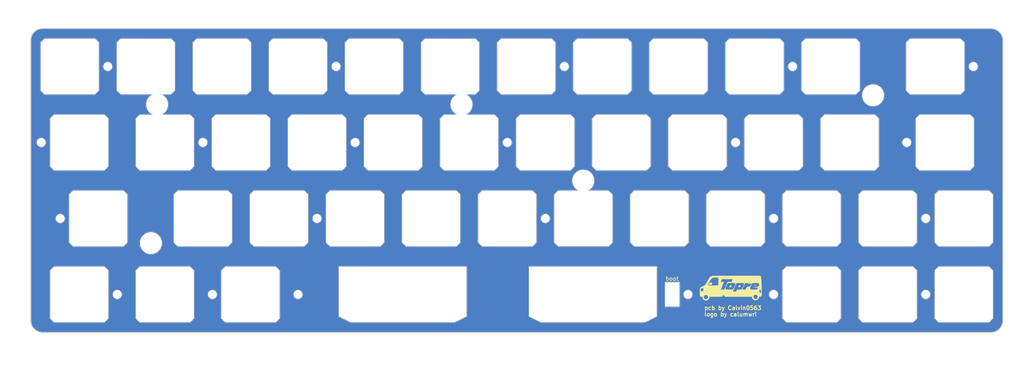
<source format=kicad_pcb>
(kicad_pcb (version 20240108) (generator "pcbnew") (generator_version "8.0")
  (layers (0 "F.Cu" signal) (31 "B.Cu" signal) (34 "B.Paste" user) (35 "F.Paste" user) (36 "B.SilkS" user "B.Silkscreen") (37 "F.SilkS" user "F.Silkscreen") (38 "B.Mask" user) (39 "F.Mask" user) (44 "Edge.Cuts" user))
  (net 0 "")
  (net 1 "GND")
  (footprint "cipulot_parts:ecs_plate_cut_1U" (layer "F.Cu") (at 146.84375 30.95625)
    (property "Reference" "REF**")
    (property "Value" "Value " (hide yes))
    (fp_line (start -7.3 -6) (end -7.3 6) (stroke (width 0.12)) (layer "Edge.Cuts"))
    (fp_line (start -7.3 6) (end -6.3 7) (stroke (width 0.12)) (layer "Edge.Cuts"))
    (fp_line (start -6.3 -7) (end -7.3 -6) (stroke (width 0.12)) (layer "Edge.Cuts"))
    (fp_line (start -6.3 7) (end 6.3 7) (stroke (width 0.12)) (layer "Edge.Cuts"))
    (fp_line (start 6.3 -7) (end -6.3 -7) (stroke (width 0.12)) (layer "Edge.Cuts"))
    (fp_line (start 6.3 -7) (end 7.3 -6) (stroke (width 0.12)) (layer "Edge.Cuts"))
    (fp_line (start 6.3 7) (end 7.3 6) (stroke (width 0.12)) (layer "Edge.Cuts"))
    (fp_line (start 7.3 6) (end 7.3 -6) (stroke (width 0.12)) (layer "Edge.Cuts"))
  )
  (footprint "cipulot_parts:ecs_plate_cut_1U" (layer "F.Cu") (at 56.35625 88.10625)
    (property "Reference" "REF**")
    (property "Value" "Value " (hide yes))
    (fp_line (start -7.3 -6) (end -7.3 6) (stroke (width 0.12)) (layer "Edge.Cuts"))
    (fp_line (start -7.3 6) (end -6.3 7) (stroke (width 0.12)) (layer "Edge.Cuts"))
    (fp_line (start -6.3 -7) (end -7.3 -6) (stroke (width 0.12)) (layer "Edge.Cuts"))
    (fp_line (start -6.3 7) (end 6.3 7) (stroke (width 0.12)) (layer "Edge.Cuts"))
    (fp_line (start 6.3 -7) (end -6.3 -7) (stroke (width 0.12)) (layer "Edge.Cuts"))
    (fp_line (start 6.3 -7) (end 7.3 -6) (stroke (width 0.12)) (layer "Edge.Cuts"))
    (fp_line (start 6.3 7) (end 7.3 6) (stroke (width 0.12)) (layer "Edge.Cuts"))
    (fp_line (start 7.3 6) (end 7.3 -6) (stroke (width 0.12)) (layer "Edge.Cuts"))
  )
  (footprint "cipulot_parts:ecs_plate_cut_1U" (layer "F.Cu") (at 34.925 88.10625)
    (property "Reference" "REF**")
    (property "Value" "Value " (hide yes))
    (fp_line (start -7.3 -6) (end -7.3 6) (stroke (width 0.12)) (layer "Edge.Cuts"))
    (fp_line (start -7.3 6) (end -6.3 7) (stroke (width 0.12)) (layer "Edge.Cuts"))
    (fp_line (start -6.3 -7) (end -7.3 -6) (stroke (width 0.12)) (layer "Edge.Cuts"))
    (fp_line (start -6.3 7) (end 6.3 7) (stroke (width 0.12)) (layer "Edge.Cuts"))
    (fp_line (start 6.3 -7) (end -6.3 -7) (stroke (width 0.12)) (layer "Edge.Cuts"))
    (fp_line (start 6.3 -7) (end 7.3 -6) (stroke (width 0.12)) (layer "Edge.Cuts"))
    (fp_line (start 6.3 7) (end 7.3 6) (stroke (width 0.12)) (layer "Edge.Cuts"))
    (fp_line (start 7.3 6) (end 7.3 -6) (stroke (width 0.12)) (layer "Edge.Cuts"))
  )
  (footprint "cipulot_parts:ecs_plate_cut_1U" (layer "F.Cu") (at 113.50625 50.00625)
    (property "Reference" "REF**")
    (property "Value" "Value " (hide yes))
    (fp_line (start -7.3 -6) (end -7.3 6) (stroke (width 0.12)) (layer "Edge.Cuts"))
    (fp_line (start -7.3 6) (end -6.3 7) (stroke (width 0.12)) (layer "Edge.Cuts"))
    (fp_line (start -6.3 -7) (end -7.3 -6) (stroke (width 0.12)) (layer "Edge.Cuts"))
    (fp_line (start -6.3 7) (end 6.3 7) (stroke (width 0.12)) (layer "Edge.Cuts"))
    (fp_line (start 6.3 -7) (end -6.3 -7) (stroke (width 0.12)) (layer "Edge.Cuts"))
    (fp_line (start 6.3 -7) (end 7.3 -6) (stroke (width 0.12)) (layer "Edge.Cuts"))
    (fp_line (start 6.3 7) (end 7.3 6) (stroke (width 0.12)) (layer "Edge.Cuts"))
    (fp_line (start 7.3 6) (end 7.3 -6) (stroke (width 0.12)) (layer "Edge.Cuts"))
  )
  (footprint "cipulot_parts:ecs_plate_cut_1U" (layer "F.Cu") (at 180.18125 69.05625)
    (property "Reference" "REF**")
    (property "Value" "Value " (hide yes))
    (fp_line (start -7.3 -6) (end -7.3 6) (stroke (width 0.12)) (layer "Edge.Cuts"))
    (fp_line (start -7.3 6) (end -6.3 7) (stroke (width 0.12)) (layer "Edge.Cuts"))
    (fp_line (start -6.3 -7) (end -7.3 -6) (stroke (width 0.12)) (layer "Edge.Cuts"))
    (fp_line (start -6.3 7) (end 6.3 7) (stroke (width 0.12)) (layer "Edge.Cuts"))
    (fp_line (start 6.3 -7) (end -6.3 -7) (stroke (width 0.12)) (layer "Edge.Cuts"))
    (fp_line (start 6.3 -7) (end 7.3 -6) (stroke (width 0.12)) (layer "Edge.Cuts"))
    (fp_line (start 6.3 7) (end 7.3 6) (stroke (width 0.12)) (layer "Edge.Cuts"))
    (fp_line (start 7.3 6) (end 7.3 -6) (stroke (width 0.12)) (layer "Edge.Cuts"))
  )
  (footprint "cipulot_parts:ecs_plate_cut_1U" (layer "F.Cu") (at 94.45625 50.00625)
    (property "Reference" "REF**")
    (property "Value" "Value " (hide yes))
    (fp_line (start -7.3 -6) (end -7.3 6) (stroke (width 0.12)) (layer "Edge.Cuts"))
    (fp_line (start -7.3 6) (end -6.3 7) (stroke (width 0.12)) (layer "Edge.Cuts"))
    (fp_line (start -6.3 -7) (end -7.3 -6) (stroke (width 0.12)) (layer "Edge.Cuts"))
    (fp_line (start -6.3 7) (end 6.3 7) (stroke (width 0.12)) (layer "Edge.Cuts"))
    (fp_line (start 6.3 -7) (end -6.3 -7) (stroke (width 0.12)) (layer "Edge.Cuts"))
    (fp_line (start 6.3 -7) (end 7.3 -6) (stroke (width 0.12)) (layer "Edge.Cuts"))
    (fp_line (start 6.3 7) (end 7.3 6) (stroke (width 0.12)) (layer "Edge.Cuts"))
    (fp_line (start 7.3 6) (end 7.3 -6) (stroke (width 0.12)) (layer "Edge.Cuts"))
  )
  (footprint "cipulot_parts:ecs_plate_cut_1U" (layer "F.Cu") (at 75.40625 50.00625)
    (property "Reference" "REF**")
    (property "Value" "Value " (hide yes))
    (fp_line (start -7.3 -6) (end -7.3 6) (stroke (width 0.12)) (layer "Edge.Cuts"))
    (fp_line (start -7.3 6) (end -6.3 7) (stroke (width 0.12)) (layer "Edge.Cuts"))
    (fp_line (start -6.3 -7) (end -7.3 -6) (stroke (width 0.12)) (layer "Edge.Cuts"))
    (fp_line (start -6.3 7) (end 6.3 7) (stroke (width 0.12)) (layer "Edge.Cuts"))
    (fp_line (start 6.3 -7) (end -6.3 -7) (stroke (width 0.12)) (layer "Edge.Cuts"))
    (fp_line (start 6.3 -7) (end 7.3 -6) (stroke (width 0.12)) (layer "Edge.Cuts"))
    (fp_line (start 6.3 7) (end 7.3 6) (stroke (width 0.12)) (layer "Edge.Cuts"))
    (fp_line (start 7.3 6) (end 7.3 -6) (stroke (width 0.12)) (layer "Edge.Cuts"))
  )
  (footprint "cipulot_parts:ecs_plate_cut_1U" (layer "F.Cu") (at 223.04375 30.95625)
    (property "Reference" "REF**")
    (property "Value" "Value " (hide yes))
    (fp_line (start -7.3 -6) (end -7.3 6) (stroke (width 0.12)) (layer "Edge.Cuts"))
    (fp_line (start -7.3 6) (end -6.3 7) (stroke (width 0.12)) (layer "Edge.Cuts"))
    (fp_line (start -6.3 -7) (end -7.3 -6) (stroke (width 0.12)) (layer "Edge.Cuts"))
    (fp_line (start -6.3 7) (end 6.3 7) (stroke (width 0.12)) (layer "Edge.Cuts"))
    (fp_line (start 6.3 -7) (end -6.3 -7) (stroke (width 0.12)) (layer "Edge.Cuts"))
    (fp_line (start 6.3 -7) (end 7.3 -6) (stroke (width 0.12)) (layer "Edge.Cuts"))
    (fp_line (start 6.3 7) (end 7.3 6) (stroke (width 0.12)) (layer "Edge.Cuts"))
    (fp_line (start 7.3 6) (end 7.3 -6) (stroke (width 0.12)) (layer "Edge.Cuts"))
  )
  (footprint "cipulot_parts:ecs_plate_cut_1U" (layer "F.Cu") (at 251.61875 50.00625)
    (property "Reference" "REF**")
    (property "Value" "Value " (hide yes))
    (fp_line (start -7.3 -6) (end -7.3 6) (stroke (width 0.12)) (layer "Edge.Cuts"))
    (fp_line (start -7.3 6) (end -6.3 7) (stroke (width 0.12)) (layer "Edge.Cuts"))
    (fp_line (start -6.3 -7) (end -7.3 -6) (stroke (width 0.12)) (layer "Edge.Cuts"))
    (fp_line (start -6.3 7) (end 6.3 7) (stroke (width 0.12)) (layer "Edge.Cuts"))
    (fp_line (start 6.3 -7) (end -6.3 -7) (stroke (width 0.12)) (layer "Edge.Cuts"))
    (fp_line (start 6.3 -7) (end 7.3 -6) (stroke (width 0.12)) (layer "Edge.Cuts"))
    (fp_line (start 6.3 7) (end 7.3 6) (stroke (width 0.12)) (layer "Edge.Cuts"))
    (fp_line (start 7.3 6) (end 7.3 -6) (stroke (width 0.12)) (layer "Edge.Cuts"))
  )
  (footprint "cipulot_parts:ecs_plate_cut_1U" (layer "F.Cu") (at 249.2375 30.95625)
    (property "Reference" "REF**")
    (property "Value" "Value " (hide yes))
    (fp_line (start -7.3 -6) (end -7.3 6) (stroke (width 0.12)) (layer "Edge.Cuts"))
    (fp_line (start -7.3 6) (end -6.3 7) (stroke (width 0.12)) (layer "Edge.Cuts"))
    (fp_line (start -6.3 -7) (end -7.3 -6) (stroke (width 0.12)) (layer "Edge.Cuts"))
    (fp_line (start -6.3 7) (end 6.3 7) (stroke (width 0.12)) (layer "Edge.Cuts"))
    (fp_line (start 6.3 -7) (end -6.3 -7) (stroke (width 0.12)) (layer "Edge.Cuts"))
    (fp_line (start 6.3 -7) (end 7.3 -6) (stroke (width 0.12)) (layer "Edge.Cuts"))
    (fp_line (start 6.3 7) (end 7.3 6) (stroke (width 0.12)) (layer "Edge.Cuts"))
    (fp_line (start 7.3 6) (end 7.3 -6) (stroke (width 0.12)) (layer "Edge.Cuts"))
  )
  (footprint "LOGO" (layer "F.Cu") (at 197.64375 86.51875)
    (property "Reference" "G***" (hide yes))
    (property "Value" "LOGO" (hide yes))
  )
  (footprint "cipulot_parts:ecs_plate_cut_1U" (layer "F.Cu") (at 208.75625 50.00625)
    (property "Reference" "REF**")
    (property "Value" "Value " (hide yes))
    (fp_line (start -7.3 -6) (end -7.3 6) (stroke (width 0.12)) (layer "Edge.Cuts"))
    (fp_line (start -7.3 6) (end -6.3 7) (stroke (width 0.12)) (layer "Edge.Cuts"))
    (fp_line (start -6.3 -7) (end -7.3 -6) (stroke (width 0.12)) (layer "Edge.Cuts"))
    (fp_line (start -6.3 7) (end 6.3 7) (stroke (width 0.12)) (layer "Edge.Cuts"))
    (fp_line (start 6.3 -7) (end -6.3 -7) (stroke (width 0.12)) (layer "Edge.Cuts"))
    (fp_line (start 6.3 -7) (end 7.3 -6) (stroke (width 0.12)) (layer "Edge.Cuts"))
    (fp_line (start 6.3 7) (end 7.3 6) (stroke (width 0.12)) (layer "Edge.Cuts"))
    (fp_line (start 7.3 6) (end 7.3 -6) (stroke (width 0.12)) (layer "Edge.Cuts"))
  )
  (footprint "cipulot_parts:ecs_plate_cut_1U" (layer "F.Cu") (at 84.93125 69.05625)
    (property "Reference" "REF**")
    (property "Value" "Value " (hide yes))
    (fp_line (start -7.3 -6) (end -7.3 6) (stroke (width 0.12)) (layer "Edge.Cuts"))
    (fp_line (start -7.3 6) (end -6.3 7) (stroke (width 0.12)) (layer "Edge.Cuts"))
    (fp_line (start -6.3 -7) (end -7.3 -6) (stroke (width 0.12)) (layer "Edge.Cuts"))
    (fp_line (start -6.3 7) (end 6.3 7) (stroke (width 0.12)) (layer "Edge.Cuts"))
    (fp_line (start 6.3 -7) (end -6.3 -7) (stroke (width 0.12)) (layer "Edge.Cuts"))
    (fp_line (start 6.3 -7) (end 7.3 -6) (stroke (width 0.12)) (layer "Edge.Cuts"))
    (fp_line (start 6.3 7) (end 7.3 6) (stroke (width 0.12)) (layer "Edge.Cuts"))
    (fp_line (start 7.3 6) (end 7.3 -6) (stroke (width 0.12)) (layer "Edge.Cuts"))
  )
  (footprint "cipulot_parts:ecs_plate_cut_1U" (layer "F.Cu") (at 39.6875 69.05625)
    (property "Reference" "REF**")
    (property "Value" "Value " (hide yes))
    (fp_line (start -7.3 -6) (end -7.3 6) (stroke (width 0.12)) (layer "Edge.Cuts"))
    (fp_line (start -7.3 6) (end -6.3 7) (stroke (width 0.12)) (layer "Edge.Cuts"))
    (fp_line (start -6.3 -7) (end -7.3 -6) (stroke (width 0.12)) (layer "Edge.Cuts"))
    (fp_line (start -6.3 7) (end 6.3 7) (stroke (width 0.12)) (layer "Edge.Cuts"))
    (fp_line (start 6.3 -7) (end -6.3 -7) (stroke (width 0.12)) (layer "Edge.Cuts"))
    (fp_line (start 6.3 -7) (end 7.3 -6) (stroke (width 0.12)) (layer "Edge.Cuts"))
    (fp_line (start 6.3 7) (end 7.3 6) (stroke (width 0.12)) (layer "Edge.Cuts"))
    (fp_line (start 7.3 6) (end 7.3 -6) (stroke (width 0.12)) (layer "Edge.Cuts"))
  )
  (footprint "cipulot_parts:ecs_plate_cut_1U" (layer "F.Cu") (at 199.23125 69.05625)
    (property "Reference" "REF**")
    (property "Value" "Value " (hide yes))
    (fp_line (start -7.3 -6) (end -7.3 6) (stroke (width 0.12)) (layer "Edge.Cuts"))
    (fp_line (start -7.3 6) (end -6.3 7) (stroke (width 0.12)) (layer "Edge.Cuts"))
    (fp_line (start -6.3 -7) (end -7.3 -6) (stroke (width 0.12)) (layer "Edge.Cuts"))
    (fp_line (start -6.3 7) (end 6.3 7) (stroke (width 0.12)) (layer "Edge.Cuts"))
    (fp_line (start 6.3 -7) (end -6.3 -7) (stroke (width 0.12)) (layer "Edge.Cuts"))
    (fp_line (start 6.3 -7) (end 7.3 -6) (stroke (width 0.12)) (layer "Edge.Cuts"))
    (fp_line (start 6.3 7) (end 7.3 6) (stroke (width 0.12)) (layer "Edge.Cuts"))
    (fp_line (start 7.3 6) (end 7.3 -6) (stroke (width 0.12)) (layer "Edge.Cuts"))
  )
  (footprint "cipulot_parts:ecs_plate_cut_1U" (layer "F.Cu") (at 189.70625 50.00625)
    (property "Reference" "REF**")
    (property "Value" "Value " (hide yes))
    (fp_line (start -7.3 -6) (end -7.3 6) (stroke (width 0.12)) (layer "Edge.Cuts"))
    (fp_line (start -7.3 6) (end -6.3 7) (stroke (width 0.12)) (layer "Edge.Cuts"))
    (fp_line (start -6.3 -7) (end -7.3 -6) (stroke (width 0.12)) (layer "Edge.Cuts"))
    (fp_line (start -6.3 7) (end 6.3 7) (stroke (width 0.12)) (layer "Edge.Cuts"))
    (fp_line (start 6.3 -7) (end -6.3 -7) (stroke (width 0.12)) (layer "Edge.Cuts"))
    (fp_line (start 6.3 -7) (end 7.3 -6) (stroke (width 0.12)) (layer "Edge.Cuts"))
    (fp_line (start 6.3 7) (end 7.3 6) (stroke (width 0.12)) (layer "Edge.Cuts"))
    (fp_line (start 7.3 6) (end 7.3 -6) (stroke (width 0.12)) (layer "Edge.Cuts"))
  )
  (footprint "cipulot_parts:ecs_plate_cut_1U" (layer "F.Cu") (at 34.925 50.00625)
    (property "Reference" "REF**")
    (property "Value" "Value " (hide yes))
    (fp_line (start -7.3 -6) (end -7.3 6) (stroke (width 0.12)) (layer "Edge.Cuts"))
    (fp_line (start -7.3 6) (end -6.3 7) (stroke (width 0.12)) (layer "Edge.Cuts"))
    (fp_line (start -6.3 -7) (end -7.3 -6) (stroke (width 0.12)) (layer "Edge.Cuts"))
    (fp_line (start -6.3 7) (end 6.3 7) (stroke (width 0.12)) (layer "Edge.Cuts"))
    (fp_line (start 6.3 -7) (end -6.3 -7) (stroke (width 0.12)) (layer "Edge.Cuts"))
    (fp_line (start 6.3 -7) (end 7.3 -6) (stroke (width 0.12)) (layer "Edge.Cuts"))
    (fp_line (start 6.3 7) (end 7.3 6) (stroke (width 0.12)) (layer "Edge.Cuts"))
    (fp_line (start 7.3 6) (end 7.3 -6) (stroke (width 0.12)) (layer "Edge.Cuts"))
  )
  (footprint "cipulot_parts:ecs_plate_cut_1U" (layer "F.Cu") (at 256.38125 88.10625)
    (property "Reference" "REF**")
    (property "Value" "Value " (hide yes))
    (fp_line (start -7.3 -6) (end -7.3 6) (stroke (width 0.12)) (layer "Edge.Cuts"))
    (fp_line (start -7.3 6) (end -6.3 7) (stroke (width 0.12)) (layer "Edge.Cuts"))
    (fp_line (start -6.3 -7) (end -7.3 -6) (stroke (width 0.12)) (layer "Edge.Cuts"))
    (fp_line (start -6.3 7) (end 6.3 7) (stroke (width 0.12)) (layer "Edge.Cuts"))
    (fp_line (start 6.3 -7) (end -6.3 -7) (stroke (width 0.12)) (layer "Edge.Cuts"))
    (fp_line (start 6.3 -7) (end 7.3 -6) (stroke (width 0.12)) (layer "Edge.Cuts"))
    (fp_line (start 6.3 7) (end 7.3 6) (stroke (width 0.12)) (layer "Edge.Cuts"))
    (fp_line (start 7.3 6) (end 7.3 -6) (stroke (width 0.12)) (layer "Edge.Cuts"))
  )
  (footprint "cipulot_parts:ecs_plate_cut_1U" (layer "F.Cu") (at 123.03125 69.05625)
    (property "Reference" "REF**")
    (property "Value" "Value " (hide yes))
    (fp_line (start -7.3 -6) (end -7.3 6) (stroke (width 0.12)) (layer "Edge.Cuts"))
    (fp_line (start -7.3 6) (end -6.3 7) (stroke (width 0.12)) (layer "Edge.Cuts"))
    (fp_line (start -6.3 -7) (end -7.3 -6) (stroke (width 0.12)) (layer "Edge.Cuts"))
    (fp_line (start -6.3 7) (end 6.3 7) (stroke (width 0.12)) (layer "Edge.Cuts"))
    (fp_line (start 6.3 -7) (end -6.3 -7) (stroke (width 0.12)) (layer "Edge.Cuts"))
    (fp_line (start 6.3 -7) (end 7.3 -6) (stroke (width 0.12)) (layer "Edge.Cuts"))
    (fp_line (start 6.3 7) (end 7.3 6) (stroke (width 0.12)) (layer "Edge.Cuts"))
    (fp_line (start 7.3 6) (end 7.3 -6) (stroke (width 0.12)) (layer "Edge.Cuts"))
  )
  (footprint "cipulot_parts:ecs_plate_cut_1U" (layer "F.Cu") (at 32.54375 30.95625)
    (property "Reference" "REF**")
    (property "Value" "Value " (hide yes))
    (fp_line (start -7.3 -6) (end -7.3 6) (stroke (width 0.12)) (layer "Edge.Cuts"))
    (fp_line (start -7.3 6) (end -6.3 7) (stroke (width 0.12)) (layer "Edge.Cuts"))
    (fp_line (start -6.3 -7) (end -7.3 -6) (stroke (width 0.12)) (layer "Edge.Cuts"))
    (fp_line (start -6.3 7) (end 6.3 7) (stroke (width 0.12)) (layer "Edge.Cuts"))
    (fp_line (start 6.3 -7) (end -6.3 -7) (stroke (width 0.12)) (layer "Edge.Cuts"))
    (fp_line (start 6.3 -7) (end 7.3 -6) (stroke (width 0.12)) (layer "Edge.Cuts"))
    (fp_line (start 6.3 7) (end 7.3 6) (stroke (width 0.12)) (layer "Edge.Cuts"))
    (fp_line (start 7.3 6) (end 7.3 -6) (stroke (width 0.12)) (layer "Edge.Cuts"))
  )
  (footprint "cipulot_parts:ecs_plate_cut_1U" (layer "F.Cu") (at 65.88125 69.05625)
    (property "Reference" "REF**")
    (property "Value" "Value " (hide yes))
    (fp_line (start -7.3 -6) (end -7.3 6) (stroke (width 0.12)) (layer "Edge.Cuts"))
    (fp_line (start -7.3 6) (end -6.3 7) (stroke (width 0.12)) (layer "Edge.Cuts"))
    (fp_line (start -6.3 -7) (end -7.3 -6) (stroke (width 0.12)) (layer "Edge.Cuts"))
    (fp_line (start -6.3 7) (end 6.3 7) (stroke (width 0.12)) (layer "Edge.Cuts"))
    (fp_line (start 6.3 -7) (end -6.3 -7) (stroke (width 0.12)) (layer "Edge.Cuts"))
    (fp_line (start 6.3 -7) (end 7.3 -6) (stroke (width 0.12)) (layer "Edge.Cuts"))
    (fp_line (start 6.3 7) (end 7.3 6) (stroke (width 0.12)) (layer "Edge.Cuts"))
    (fp_line (start 7.3 6) (end 7.3 -6) (stroke (width 0.12)) (layer "Edge.Cuts"))
  )
  (footprint "cipulot_parts:ecs_plate_cut_1U" (layer "F.Cu") (at 108.74375 30.95625)
    (property "Reference" "REF**")
    (property "Value" "Value " (hide yes))
    (fp_line (start -7.3 -6) (end -7.3 6) (stroke (width 0.12)) (layer "Edge.Cuts"))
    (fp_line (start -7.3 6) (end -6.3 7) (stroke (width 0.12)) (layer "Edge.Cuts"))
    (fp_line (start -6.3 -7) (end -7.3 -6) (stroke (width 0.12)) (layer "Edge.Cuts"))
    (fp_line (start -6.3 7) (end 6.3 7) (stroke (width 0.12)) (layer "Edge.Cuts"))
    (fp_line (start 6.3 -7) (end -6.3 -7) (stroke (width 0.12)) (layer "Edge.Cuts"))
    (fp_line (start 6.3 -7) (end 7.3 -6) (stroke (width 0.12)) (layer "Edge.Cuts"))
    (fp_line (start 6.3 7) (end 7.3 6) (stroke (width 0.12)) (layer "Edge.Cuts"))
    (fp_line (start 7.3 6) (end 7.3 -6) (stroke (width 0.12)) (layer "Edge.Cuts"))
  )
  (footprint "cipulot_parts:ecs_plate_cut_2U" (layer "F.Cu") (at 163.5125 88.10625)
    (property "Reference" "REF**")
    (property "Value" "Value " (hide yes))
    (fp_line (start -16 -7) (end 16 -7) (stroke (width 0.12)) (layer "Edge.Cuts"))
    (fp_line (start -16 0) (end -16 -7) (stroke (width 0.12)) (layer "Edge.Cuts"))
    (fp_line (start -16 0) (end -16 5.5) (stroke (width 0.12)) (layer "Edge.Cuts"))
    (fp_line (start -16 5.5) (end -13 7) (stroke (width 0.12)) (layer "Edge.Cuts"))
    (fp_line (start 13 7) (end -13 7) (stroke (width 0.12)) (layer "Edge.Cuts"))
    (fp_line (start 16 -7) (end 16 0) (stroke (width 0.12)) (layer "Edge.Cuts"))
    (fp_line (start 16 0) (end 16 5.5) (stroke (width 0.12)) (layer "Edge.Cuts"))
    (fp_line (start 16 5.5) (end 13 7) (stroke (width 0.12)) (layer "Edge.Cuts"))
  )
  (footprint "cipulot_parts:ecs_plate_cut_1U" (layer "F.Cu") (at 237.33125 69.05625)
    (property "Reference" "REF**")
    (property "Value" "Value " (hide yes))
    (fp_line (start -7.3 -6) (end -7.3 6) (stroke (width 0.12)) (layer "Edge.Cuts"))
    (fp_line (start -7.3 6) (end -6.3 7) (stroke (width 0.12)) (layer "Edge.Cuts"))
    (fp_line (start -6.3 -7) (end -7.3 -6) (stroke (width 0.12)) (layer "Edge.Cuts"))
    (fp_line (start -6.3 7) (end 6.3 7) (stroke (width 0.12)) (layer "Edge.Cuts"))
    (fp_line (start 6.3 -7) (end -6.3 -7) (stroke (width 0.12)) (layer "Edge.Cuts"))
    (fp_line (start 6.3 -7) (end 7.3 -6) (stroke (width 0.12)) (layer "Edge.Cuts"))
    (fp_line (start 6.3 7) (end 7.3 6) (stroke (width 0.12)) (layer "Edge.Cuts"))
    (fp_line (start 7.3 6) (end 7.3 -6) (stroke (width 0.12)) (layer "Edge.Cuts"))
  )
  (footprint "cipulot_parts:ecs_plate_cut_1U" (layer "F.Cu") (at 256.38125 69.05625)
    (property "Reference" "REF**")
    (property "Value" "Value " (hide yes))
    (fp_line (start -7.3 -6) (end -7.3 6) (stroke (width 0.12)) (layer "Edge.Cuts"))
    (fp_line (start -7.3 6) (end -6.3 7) (stroke (width 0.12)) (layer "Edge.Cuts"))
    (fp_line (start -6.3 -7) (end -7.3 -6) (stroke (width 0.12)) (layer "Edge.Cuts"))
    (fp_line (start -6.3 7) (end 6.3 7) (stroke (width 0.12)) (layer "Edge.Cuts"))
    (fp_line (start 6.3 -7) (end -6.3 -7) (stroke (width 0.12)) (layer "Edge.Cuts"))
    (fp_line (start 6.3 -7) (end 7.3 -6) (stroke (width 0.12)) (layer "Edge.Cuts"))
    (fp_line (start 6.3 7) (end 7.3 6) (stroke (width 0.12)) (layer "Edge.Cuts"))
    (fp_line (start 7.3 6) (end 7.3 -6) (stroke (width 0.12)) (layer "Edge.Cuts"))
  )
  (footprint "cipulot_parts:ecs_plate_cut_1U" (layer "F.Cu") (at 218.28125 88.10625)
    (property "Reference" "REF**")
    (property "Value" "Value " (hide yes))
    (fp_line (start -7.3 -6) (end -7.3 6) (stroke (width 0.12)) (layer "Edge.Cuts"))
    (fp_line (start -7.3 6) (end -6.3 7) (stroke (width 0.12)) (layer "Edge.Cuts"))
    (fp_line (start -6.3 -7) (end -7.3 -6) (stroke (width 0.12)) (layer "Edge.Cuts"))
    (fp_line (start -6.3 7) (end 6.3 7) (stroke (width 0.12)) (layer "Edge.Cuts"))
    (fp_line (start 6.3 -7) (end -6.3 -7) (stroke (width 0.12)) (layer "Edge.Cuts"))
    (fp_line (start 6.3 -7) (end 7.3 -6) (stroke (width 0.12)) (layer "Edge.Cuts"))
    (fp_line (start 6.3 7) (end 7.3 6) (stroke (width 0.12)) (layer "Edge.Cuts"))
    (fp_line (start 7.3 6) (end 7.3 -6) (stroke (width 0.12)) (layer "Edge.Cuts"))
  )
  (footprint "cipulot_parts:ecs_plate_cut_1U" (layer "F.Cu") (at 103.98125 69.05625)
    (property "Reference" "REF**")
    (property "Value" "Value " (hide yes))
    (fp_line (start -7.3 -6) (end -7.3 6) (stroke (width 0.12)) (layer "Edge.Cuts"))
    (fp_line (start -7.3 6) (end -6.3 7) (stroke (width 0.12)) (layer "Edge.Cuts"))
    (fp_line (start -6.3 -7) (end -7.3 -6) (stroke (width 0.12)) (layer "Edge.Cuts"))
    (fp_line (start -6.3 7) (end 6.3 7) (stroke (width 0.12)) (layer "Edge.Cuts"))
    (fp_line (start 6.3 -7) (end -6.3 -7) (stroke (width 0.12)) (layer "Edge.Cuts"))
    (fp_line (start 6.3 -7) (end 7.3 -6) (stroke (width 0.12)) (layer "Edge.Cuts"))
    (fp_line (start 6.3 7) (end 7.3 6) (stroke (width 0.12)) (layer "Edge.Cuts"))
    (fp_line (start 7.3 6) (end 7.3 -6) (stroke (width 0.12)) (layer "Edge.Cuts"))
  )
  (footprint "cipulot_parts:ecs_plate_cut_1U" (layer "F.Cu") (at 170.65625 50.00625)
    (property "Reference" "REF**")
    (property "Value" "Value " (hide yes))
    (fp_line (start -7.3 -6) (end -7.3 6) (stroke (width 0.12)) (layer "Edge.Cuts"))
    (fp_line (start -7.3 6) (end -6.3 7) (stroke (width 0.12)) (layer "Edge.Cuts"))
    (fp_line (start -6.3 -7) (end -7.3 -6) (stroke (width 0.12)) (layer "Edge.Cuts"))
    (fp_line (start -6.3 7) (end 6.3 7) (stroke (width 0.12)) (layer "Edge.Cuts"))
    (fp_line (start 6.3 -7) (end -6.3 -7) (stroke (width 0.12)) (layer "Edge.Cuts"))
    (fp_line (start 6.3 -7) (end 7.3 -6) (stroke (width 0.12)) (layer "Edge.Cuts"))
    (fp_line (start 6.3 7) (end 7.3 6) (stroke (width 0.12)) (layer "Edge.Cuts"))
    (fp_line (start 7.3 6) (end 7.3 -6) (stroke (width 0.12)) (layer "Edge.Cuts"))
  )
  (footprint "cipulot_parts:ecs_plate_cut_1U" (layer "F.Cu") (at 89.69375 30.95625)
    (property "Reference" "REF**")
    (property "Value" "Value " (hide yes))
    (fp_line (start -7.3 -6) (end -7.3 6) (stroke (width 0.12)) (layer "Edge.Cuts"))
    (fp_line (start -7.3 6) (end -6.3 7) (stroke (width 0.12)) (layer "Edge.Cuts"))
    (fp_line (start -6.3 -7) (end -7.3 -6) (stroke (width 0.12)) (layer "Edge.Cuts"))
    (fp_line (start -6.3 7) (end 6.3 7) (stroke (width 0.12)) (layer "Edge.Cuts"))
    (fp_line (start 6.3 -7) (end -6.3 -7) (stroke (width 0.12)) (layer "Edge.Cuts"))
    (fp_line (start 6.3 -7) (end 7.3 -6) (stroke (width 0.12)) (layer "Edge.Cuts"))
    (fp_line (start 6.3 7) (end 7.3 6) (stroke (width 0.12)) (layer "Edge.Cuts"))
    (fp_line (start 7.3 6) (end 7.3 -6) (stroke (width 0.12)) (layer "Edge.Cuts"))
  )
  (footprint "cipulot_parts:ecs_plate_cut_1U" (layer "F.Cu") (at 77.7875 88.10625)
    (property "Reference" "REF**")
    (property "Value" "Value " (hide yes))
    (fp_line (start -7.3 -6) (end -7.3 6) (stroke (width 0.12)) (layer "Edge.Cuts"))
    (fp_line (start -7.3 6) (end -6.3 7) (stroke (width 0.12)) (layer "Edge.Cuts"))
    (fp_line (start -6.3 -7) (end -7.3 -6) (stroke (width 0.12)) (layer "Edge.Cuts"))
    (fp_line (start -6.3 7) (end 6.3 7) (stroke (width 0.12)) (layer "Edge.Cuts"))
    (fp_line (start 6.3 -7) (end -6.3 -7) (stroke (width 0.12)) (layer "Edge.Cuts"))
    (fp_line (start 6.3 -7) (end 7.3 -6) (stroke (width 0.12)) (layer "Edge.Cuts"))
    (fp_line (start 6.3 7) (end 7.3 6) (stroke (width 0.12)) (layer "Edge.Cuts"))
    (fp_line (start 7.3 6) (end 7.3 -6) (stroke (width 0.12)) (layer "Edge.Cuts"))
  )
  (footprint "cipulot_parts:ecs_plate_cut_1U" (layer "F.Cu") (at 218.28125 69.05625)
    (property "Reference" "REF**")
    (property "Value" "Value " (hide yes))
    (fp_line (start -7.3 -6) (end -7.3 6) (stroke (width 0.12)) (layer "Edge.Cuts"))
    (fp_line (start -7.3 6) (end -6.3 7) (stroke (width 0.12)) (layer "Edge.Cuts"))
    (fp_line (start -6.3 -7) (end -7.3 -6) (stroke (width 0.12)) (layer "Edge.Cuts"))
    (fp_line (start -6.3 7) (end 6.3 7) (stroke (width 0.12)) (layer "Edge.Cuts"))
    (fp_line (start 6.3 -7) (end -6.3 -7) (stroke (width 0.12)) (layer "Edge.Cuts"))
    (fp_line (start 6.3 -7) (end 7.3 -6) (stroke (width 0.12)) (layer "Edge.Cuts"))
    (fp_line (start 6.3 7) (end 7.3 6) (stroke (width 0.12)) (layer "Edge.Cuts"))
    (fp_line (start 7.3 6) (end 7.3 -6) (stroke (width 0.12)) (layer "Edge.Cuts"))
  )
  (footprint "cipulot_parts:ecs_plate_cut_1U" (layer "F.Cu") (at 203.99375 30.95625)
    (property "Reference" "REF**")
    (property "Value" "Value " (hide yes))
    (fp_line (start -7.3 -6) (end -7.3 6) (stroke (width 0.12)) (layer "Edge.Cuts"))
    (fp_line (start -7.3 6) (end -6.3 7) (stroke (width 0.12)) (layer "Edge.Cuts"))
    (fp_line (start -6.3 -7) (end -7.3 -6) (stroke (width 0.12)) (layer "Edge.Cuts"))
    (fp_line (start -6.3 7) (end 6.3 7) (stroke (width 0.12)) (layer "Edge.Cuts"))
    (fp_line (start 6.3 -7) (end -6.3 -7) (stroke (width 0.12)) (layer "Edge.Cuts"))
    (fp_line (start 6.3 -7) (end 7.3 -6) (stroke (width 0.12)) (layer "Edge.Cuts"))
    (fp_line (start 6.3 7) (end 7.3 6) (stroke (width 0.12)) (layer "Edge.Cuts"))
    (fp_line (start 7.3 6) (end 7.3 -6) (stroke (width 0.12)) (layer "Edge.Cuts"))
  )
  (footprint "cipulot_parts:ecs_plate_cut_1U" (layer "F.Cu") (at 142.08125 69.05625)
    (property "Reference" "REF**")
    (property "Value" "Value " (hide yes))
    (fp_line (start -7.3 -6) (end -7.3 6) (stroke (width 0.12)) (layer "Edge.Cuts"))
    (fp_line (start -7.3 6) (end -6.3 7) (stroke (width 0.12)) (layer "Edge.Cuts"))
    (fp_line (start -6.3 -7) (end -7.3 -6) (stroke (width 0.12)) (layer "Edge.Cuts"))
    (fp_line (start -6.3 7) (end 6.3 7) (stroke (width 0.12)) (layer "Edge.Cuts"))
    (fp_line (start 6.3 -7) (end -6.3 -7) (stroke (width 0.12)) (layer "Edge.Cuts"))
    (fp_line (start 6.3 -7) (end 7.3 -6) (stroke (width 0.12)) (layer "Edge.Cuts"))
    (fp_line (start 6.3 7) (end 7.3 6) (stroke (width 0.12)) (layer "Edge.Cuts"))
    (fp_line (start 7.3 6) (end 7.3 -6) (stroke (width 0.12)) (layer "Edge.Cuts"))
  )
  (footprint "cipulot_parts:ecs_plate_cut_1U" (layer "F.Cu") (at 184.94375 30.95625)
    (property "Reference" "REF**")
    (property "Value" "Value " (hide yes))
    (fp_line (start -7.3 -6) (end -7.3 6) (stroke (width 0.12)) (layer "Edge.Cuts"))
    (fp_line (start -7.3 6) (end -6.3 7) (stroke (width 0.12)) (layer "Edge.Cuts"))
    (fp_line (start -6.3 -7) (end -7.3 -6) (stroke (width 0.12)) (layer "Edge.Cuts"))
    (fp_line (start -6.3 7) (end 6.3 7) (stroke (width 0.12)) (layer "Edge.Cuts"))
    (fp_line (start 6.3 -7) (end -6.3 -7) (stroke (width 0.12)) (layer "Edge.Cuts"))
    (fp_line (start 6.3 -7) (end 7.3 -6) (stroke (width 0.12)) (layer "Edge.Cuts"))
    (fp_line (start 6.3 7) (end 7.3 6) (stroke (width 0.12)) (layer "Edge.Cuts"))
    (fp_line (start 7.3 6) (end 7.3 -6) (stroke (width 0.12)) (layer "Edge.Cuts"))
  )
  (footprint "cipulot_parts:ecs_plate_cut_1U" (layer "F.Cu") (at 227.80625 50.00625)
    (property "Reference" "REF**")
    (property "Value" "Value " (hide yes))
    (fp_line (start -7.3 -6) (end -7.3 6) (stroke (width 0.12)) (layer "Edge.Cuts"))
    (fp_line (start -7.3 6) (end -6.3 7) (stroke (width 0.12)) (layer "Edge.Cuts"))
    (fp_line (start -6.3 -7) (end -7.3 -6) (stroke (width 0.12)) (layer "Edge.Cuts"))
    (fp_line (start -6.3 7) (end 6.3 7) (stroke (width 0.12)) (layer "Edge.Cuts"))
    (fp_line (start 6.3 -7) (end -6.3 -7) (stroke (width 0.12)) (layer "Edge.Cuts"))
    (fp_line (start 6.3 -7) (end 7.3 -6) (stroke (width 0.12)) (layer "Edge.Cuts"))
    (fp_line (start 6.3 7) (end 7.3 6) (stroke (width 0.12)) (layer "Edge.Cuts"))
    (fp_line (start 7.3 6) (end 7.3 -6) (stroke (width 0.12)) (layer "Edge.Cuts"))
  )
  (footprint "cipulot_parts:ecs_plate_cut_2U" (layer "F.Cu") (at 115.8875 88.10625)
    (property "Reference" "REF**")
    (property "Value" "Value " (hide yes))
    (fp_line (start -16 -7) (end 16 -7) (stroke (width 0.12)) (layer "Edge.Cuts"))
    (fp_line (start -16 0) (end -16 -7) (stroke (width 0.12)) (layer "Edge.Cuts"))
    (fp_line (start -16 0) (end -16 5.5) (stroke (width 0.12)) (layer "Edge.Cuts"))
    (fp_line (start -16 5.5) (end -13 7) (stroke (width 0.12)) (layer "Edge.Cuts"))
    (fp_line (start 13 7) (end -13 7) (stroke (width 0.12)) (layer "Edge.Cuts"))
    (fp_line (start 16 -7) (end 16 0) (stroke (width 0.12)) (layer "Edge.Cuts"))
    (fp_line (start 16 0) (end 16 5.5) (stroke (width 0.12)) (layer "Edge.Cuts"))
    (fp_line (start 16 5.5) (end 13 7) (stroke (width 0.12)) (layer "Edge.Cuts"))
  )
  (footprint "cipulot_parts:ecs_plate_cut_1U" (layer "F.Cu") (at 70.64375 30.95625)
    (property "Reference" "REF**")
    (property "Value" "Value " (hide yes))
    (fp_line (start -7.3 -6) (end -7.3 6) (stroke (width 0.12)) (layer "Edge.Cuts"))
    (fp_line (start -7.3 6) (end -6.3 7) (stroke (width 0.12)) (layer "Edge.Cuts"))
    (fp_line (start -6.3 -7) (end -7.3 -6) (stroke (width 0.12)) (layer "Edge.Cuts"))
    (fp_line (start -6.3 7) (end 6.3 7) (stroke (width 0.12)) (layer "Edge.Cuts"))
    (fp_line (start 6.3 -7) (end -6.3 -7) (stroke (width 0.12)) (layer "Edge.Cuts"))
    (fp_line (start 6.3 -7) (end 7.3 -6) (stroke (width 0.12)) (layer "Edge.Cuts"))
    (fp_line (start 6.3 7) (end 7.3 6) (stroke (width 0.12)) (layer "Edge.Cuts"))
    (fp_line (start 7.3 6) (end 7.3 -6) (stroke (width 0.12)) (layer "Edge.Cuts"))
  )
  (footprint "cipulot_parts:ecs_plate_cut_1U" (layer "F.Cu") (at 151.60625 50.00625)
    (property "Reference" "REF**")
    (property "Value" "Value " (hide yes))
    (fp_line (start -7.3 -6) (end -7.3 6) (stroke (width 0.12)) (layer "Edge.Cuts"))
    (fp_line (start -7.3 6) (end -6.3 7) (stroke (width 0.12)) (layer "Edge.Cuts"))
    (fp_line (start -6.3 -7) (end -7.3 -6) (stroke (width 0.12)) (layer "Edge.Cuts"))
    (fp_line (start -6.3 7) (end 6.3 7) (stroke (width 0.12)) (layer "Edge.Cuts"))
    (fp_line (start 6.3 -7) (end -6.3 -7) (stroke (width 0.12)) (layer "Edge.Cuts"))
    (fp_line (start 6.3 -7) (end 7.3 -6) (stroke (width 0.12)) (layer "Edge.Cuts"))
    (fp_line (start 6.3 7) (end 7.3 6) (stroke (width 0.12)) (layer "Edge.Cuts"))
    (fp_line (start 7.3 6) (end 7.3 -6) (stroke (width 0.12)) (layer "Edge.Cuts"))
  )
  (footprint "cipulot_parts:ecs_plate_cut_1U" (layer "F.Cu") (at 165.89375 30.95625)
    (property "Reference" "REF**")
    (property "Value" "Value " (hide yes))
    (fp_line (start -7.3 -6) (end -7.3 6) (stroke (width 0.12)) (layer "Edge.Cuts"))
    (fp_line (start -7.3 6) (end -6.3 7) (stroke (width 0.12)) (layer "Edge.Cuts"))
    (fp_line (start -6.3 -7) (end -7.3 -6) (stroke (width 0.12)) (layer "Edge.Cuts"))
    (fp_line (start -6.3 7) (end 6.3 7) (stroke (width 0.12)) (layer "Edge.Cuts"))
    (fp_line (start 6.3 -7) (end -6.3 -7) (stroke (width 0.12)) (layer "Edge.Cuts"))
    (fp_line (start 6.3 -7) (end 7.3 -6) (stroke (width 0.12)) (layer "Edge.Cuts"))
    (fp_line (start 6.3 7) (end 7.3 6) (stroke (width 0.12)) (layer "Edge.Cuts"))
    (fp_line (start 7.3 6) (end 7.3 -6) (stroke (width 0.12)) (layer "Edge.Cuts"))
  )
  (footprint "cipulot_parts:ecs_plate_cut_1U" (layer "F.Cu") (at 237.33125 88.10625)
    (property "Reference" "REF**")
    (property "Value" "Value " (hide yes))
    (fp_line (start -7.3 -6) (end -7.3 6) (stroke (width 0.12)) (layer "Edge.Cuts"))
    (fp_line (start -7.3 6) (end -6.3 7) (stroke (width 0.12)) (layer "Edge.Cuts"))
    (fp_line (start -6.3 -7) (end -7.3 -6) (stroke (width 0.12)) (layer "Edge.Cuts"))
    (fp_line (start -6.3 7) (end 6.3 7) (stroke (width 0.12)) (layer "Edge.Cuts"))
    (fp_line (start 6.3 -7) (end -6.3 -7) (stroke (width 0.12)) (layer "Edge.Cuts"))
    (fp_line (start 6.3 -7) (end 7.3 -6) (stroke (width 0.12)) (layer "Edge.Cuts"))
    (fp_line (start 6.3 7) (end 7.3 6) (stroke (width 0.12)) (layer "Edge.Cuts"))
    (fp_line (start 7.3 6) (end 7.3 -6) (stroke (width 0.12)) (layer "Edge.Cuts"))
  )
  (gr_line (start 139.85625 56.00625) (end 139.85625 44.00625) (stroke (width 0.1)) (layer "Edge.Cuts"))
  (gr_line (start 53.330477 37.95625) (end 45.29375 37.95625) (stroke (width 0.1)) (layer "Edge.Cuts"))
  (gr_arc (start 266.156045 94.63165) (mid 265.277365 96.752971) (end 263.156044 97.631651) (stroke (width 0.2)) (layer "Edge.Cuts"))
  (gr_circle (center 246.85625 69.05625) (end 247.978782 69.05625) (stroke (width 0.1)) (fill none) (layer "Edge.Cuts"))
  (gr_line (start 125.25625 44.00625) (end 126.25625 43.00625) (stroke (width 0.1)) (layer "Edge.Cuts"))
  (gr_line (start 55.509349 43.00625) (end 62.65625 43.00625) (stroke (width 0.1)) (layer "Edge.Cuts"))
  (gr_line (start 120.49375 36.95625) (end 120.49375 24.95625) (stroke (width 0.1)) (layer "Edge.Cuts"))
  (gr_circle (center 242.09375 50.00625) (end 243.216282 50.00625) (stroke (width 0.1)) (fill none) (layer "Edge.Cuts"))
  (gr_line (start 45.29375 23.95625) (end 57.89375 23.95625) (stroke (width 0.1)) (layer "Edge.Cuts"))
  (gr_rect (start 181.559133 85.023727) (end 185.202687 91.151781) (stroke (width 0.1)) (fill none) (layer "Edge.Cuts"))
  (gr_line (start 126.25625 57.00625) (end 125.25625 56.00625) (stroke (width 0.1)) (layer "Edge.Cuts"))
  (gr_line (start 153.83125 63.05625) (end 154.83125 62.05625) (stroke (width 0.1)) (layer "Edge.Cuts"))
  (gr_circle (center 103.98125 50.00625) (end 105.103782 50.00625) (stroke (width 0.1)) (fill none) (layer "Edge.Cuts"))
  (gr_circle (center 151.60625 69.05625) (end 152.728782 69.05625) (stroke (width 0.1)) (fill none) (layer "Edge.Cuts"))
  (gr_arc (start 22.768752 24.43175) (mid 23.647431 22.310431) (end 25.76875 21.43175) (stroke (width 0.2)) (layer "Edge.Cuts"))
  (gr_line (start 134.09375 37.95625) (end 131.707031 37.95625) (stroke (width 0.1)) (layer "Edge.Cuts"))
  (gr_circle (center 25.4 50.00625) (end 26.522532 50.00625) (stroke (width 0.1)) (fill none) (layer "Edge.Cuts"))
  (gr_line (start 167.43125 76.05625) (end 154.83125 76.05625) (stroke (width 0.1)) (layer "Edge.Cuts"))
  (gr_line (start 139.85625 56.00625) (end 138.85625 57.00625) (stroke (width 0.1)) (layer "Edge.Cuts"))
  (gr_line (start 263.156044 21.43175) (end 25.76875 21.43175) (stroke (width 0.2)) (layer "Edge.Cuts"))
  (gr_circle (center 258.7625 30.95625) (end 259.885032 30.95625) (stroke (width 0.1)) (fill none) (layer "Edge.Cuts"))
  (gr_circle (center 208.75625 69.05625) (end 209.878782 69.05625) (stroke (width 0.1)) (fill none) (layer "Edge.Cuts"))
  (gr_arc (start 263.156044 21.43175) (mid 265.277365 22.31043) (end 266.156045 24.431751) (stroke (width 0.2)) (layer "Edge.Cuts"))
  (gr_circle (center 42.06875 30.95625) (end 43.191282 30.95625) (stroke (width 0.1)) (fill none) (layer "Edge.Cuts"))
  (gr_circle (center 246.85625 88.10625) (end 247.978782 88.10625) (stroke (width 0.1)) (fill none) (layer "Edge.Cuts"))
  (gr_arc (start 55.507031 37.95625) (mid 57.168751 40.480488) (end 55.509349 43.00625) (stroke (width 0.1)) (layer "Edge.Cuts"))
  (gr_line (start 167.43125 62.05625) (end 168.43125 63.05625) (stroke (width 0.1)) (layer "Edge.Cuts"))
  (gr_line (start 25.76875 97.631651) (end 263.156044 97.631651) (stroke (width 0.2)) (layer "Edge.Cuts"))
  (gr_line (start 50.05625 57.00625) (end 49.05625 56.00625) (stroke (width 0.1)) (layer "Edge.Cuts"))
  (gr_line (start 62.65625 57.00625) (end 50.05625 57.00625) (stroke (width 0.1)) (layer "Edge.Cuts"))
  (gr_circle (center 213.51875 30.95625) (end 214.641282 30.95625) (stroke (width 0.1)) (fill none) (layer "Edge.Cuts"))
  (gr_line (start 120.49375 24.95625) (end 121.49375 23.95625) (stroke (width 0.1)) (layer "Edge.Cuts"))
  (gr_line (start 135.09375 36.95625) (end 134.09375 37.95625) (stroke (width 0.1)) (layer "Edge.Cuts"))
  (gr_circle (center 89.69375 88.10625) (end 90.816282 88.10625) (stroke (width 0.1)) (fill none) (layer "Edge.Cuts"))
  (gr_arc (start 53.328157 43.00625) (mid 51.668751 40.480487) (end 53.330477 37.95625) (stroke (width 0.1)) (layer "Edge.Cuts"))
  (gr_line (start 266.156045 94.63165) (end 266.156045 24.431751) (stroke (width 0.2)) (layer "Edge.Cuts"))
  (gr_arc (start 129.528157 43.00625) (mid 127.868751 40.480487) (end 129.530477 37.95625) (stroke (width 0.1)) (layer "Edge.Cuts"))
  (gr_circle (center 233.656045 38.18175) (end 236.406045 38.18175) (stroke (width 0.1)) (fill none) (layer "Edge.Cuts"))
  (gr_line (start 162.305771 62.05625) (end 167.43125 62.05625) (stroke (width 0.1)) (layer "Edge.Cuts"))
  (gr_line (start 168.43125 63.05625) (end 168.43125 75.05625) (stroke (width 0.1)) (layer "Edge.Cuts"))
  (gr_line (start 121.49375 37.95625) (end 120.49375 36.95625) (stroke (width 0.1)) (layer "Edge.Cuts"))
  (gr_arc (start 131.707031 37.95625) (mid 133.368751 40.480488) (end 131.709349 43.00625) (stroke (width 0.1)) (layer "Edge.Cuts"))
  (gr_line (start 50.05625 43.00625) (end 49.05625 44.00625) (stroke (width 0.1)) (layer "Edge.Cuts"))
  (gr_line (start 138.85625 43.00625) (end 131.709349 43.00625) (stroke (width 0.1)) (layer "Edge.Cuts"))
  (gr_circle (center 156.36875 30.95625) (end 157.491282 30.95625) (stroke (width 0.1)) (fill none) (layer "Edge.Cuts"))
  (gr_circle (center 187.325 88.10625) (end 188.447532 88.10625) (stroke (width 0.1)) (fill none) (layer "Edge.Cuts"))
  (gr_circle (center 65.88125 50.00625) (end 67.003782 50.00625) (stroke (width 0.1)) (fill none) (layer "Edge.Cuts"))
  (gr_line (start 50.05625 43.00625) (end 53.328157 43.00625) (stroke (width 0.1)) (layer "Edge.Cuts"))
  (gr_line (start 22.768752 24.43175) (end 22.768752 94.63165) (stroke (width 0.2)) (layer "Edge.Cuts"))
  (gr_circle (center 94.45625 69.05625) (end 95.578782 69.05625) (stroke (width 0.1)) (fill none) (layer "Edge.Cuts"))
  (gr_line (start 121.49375 23.95625) (end 134.09375 23.95625) (stroke (width 0.1)) (layer "Edge.Cuts"))
  (gr_circle (center 30.1625 69.05625) (end 31.285032 69.05625) (stroke (width 0.1)) (fill none) (layer "Edge.Cuts"))
  (gr_line (start 63.65625 44.00625) (end 63.65625 56.00625) (stroke (width 0.1)) (layer "Edge.Cuts"))
  (gr_circle (center 99.21875 30.95625) (end 100.341282 30.95625) (stroke (width 0.1)) (fill none) (layer "Edge.Cuts"))
  (gr_line (start 58.89375 24.95625) (end 58.89375 36.95625) (stroke (width 0.1)) (layer "Edge.Cuts"))
  (gr_line (start 45.29375 37.95625) (end 44.29375 36.95625) (stroke (width 0.1)) (layer "Edge.Cuts"))
  (gr_circle (center 142.08125 50.00625) (end 143.203782 50.00625) (stroke (width 0.1)) (fill none) (layer "Edge.Cuts"))
  (gr_circle (center 52.868752 75.231651) (end 55.618752 75.231651) (stroke (width 0.1)) (fill none) (layer "Edge.Cuts"))
  (gr_circle (center 44.45 88.10625) (end 45.572532 88.10625) (stroke (width 0.1)) (fill none) (layer "Edge.Cuts"))
  (gr_line (start 129.530477 37.95625) (end 121.49375 37.95625) (stroke (width 0.1)) (layer "Edge.Cuts"))
  (gr_circle (center 68.2625 88.10625) (end 69.385032 88.10625) (stroke (width 0.1)) (fill none) (layer "Edge.Cuts"))
  (gr_line (start 154.83125 76.05625) (end 153.83125 75.05625) (stroke (width 0.1)) (layer "Edge.Cuts"))
  (gr_line (start 62.65625 43.00625) (end 63.65625 44.00625) (stroke (width 0.1)) (layer "Edge.Cuts"))
  (gr_line (start 57.89375 37.95625) (end 58.89375 36.95625) (stroke (width 0.1)) (layer "Edge.Cuts"))
  (gr_circle (center 208.75625 88.10625) (end 209.878782 88.10625) (stroke (width 0.1)) (fill none) (layer "Edge.Cuts"))
  (gr_line (start 58.89375 24.95625) (end 57.89375 23.95625) (stroke (width 0.1)) (layer "Edge.Cuts"))
  (gr_line (start 138.85625 43.00625) (end 139.85625 44.00625) (stroke (width 0.1)) (layer "Edge.Cuts"))
  (gr_line (start 126.25625 57.00625) (end 138.85625 57.00625) (stroke (width 0.1)) (layer "Edge.Cuts"))
  (gr_circle (center 199.23125 50.00625) (end 200.353782 50.00625) (stroke (width 0.1)) (fill none) (layer "Edge.Cuts"))
  (gr_line (start 129.528157 43.00625) (end 126.25625 43.00625) (stroke (width 0.1)) (layer "Edge.Cuts"))
  (gr_line (start 62.65625 57.00625) (end 63.65625 56.00625) (stroke (width 0.1)) (layer "Edge.Cuts"))
  (gr_line (start 44.29375 24.95625) (end 45.29375 23.95625) (stroke (width 0.1)) (layer "Edge.Cuts"))
  (gr_arc (start 159.906319 62.05625) (mid 161.106045 56.831748) (end 162.305771 62.05625) (stroke (width 0.1)) (layer "Edge.Cuts"))
  (gr_arc (start 25.76875 97.631651) (mid 23.647429 96.752971) (end 22.768752 94.63165) (stroke (width 0.2)) (layer "Edge.Cuts"))
  (gr_line (start 57.89375 37.95625) (end 55.507031 37.95625) (stroke (width 0.1)) (layer "Edge.Cuts"))
  (gr_line (start 49.05625 56.00625) (end 49.05625 44.00625) (stroke (width 0.1)) (layer "Edge.Cuts"))
  (gr_line (start 153.83125 75.05625) (end 153.83125 63.05625) (stroke (width 0.1)) (layer "Edge.Cuts"))
  (gr_line (start 168.43125 75.05625) (end 167.43125 76.05625) (stroke (width 0.1)) (layer "Edge.Cuts"))
  (gr_line (start 134.09375 23.95625) (end 135.09375 24.95625) (stroke (width 0.1)) (layer "Edge.Cuts"))
  (gr_line (start 125.25625 44.00625) (end 125.25625 56.00625) (stroke (width 0.1)) (layer "Edge.Cuts"))
  (gr_line (start 44.29375 36.95625) (end 44.29375 24.95625) (stroke (width 0.1)) (layer "Edge.Cuts"))
  (gr_line (start 154.83125 62.05625) (end 159.906319 62.05625) (stroke (width 0.1)) (layer "Edge.Cuts"))
  (gr_line (start 135.09375 24.95625) (end 135.09375 36.95625) (stroke (width 0.1)) (layer "Edge.Cuts"))
  (gr_text "logo by calumwri\n" (at 191.29375 93.6625 0) (layer "F.SilkS") (effects (font (size 1 1) (thickness 0.2) (bold yes)) (justify left bottom)))
  (gr_text "boot" (at 183.35625 84.1375 0) (layer "F.SilkS") (effects (font (size 1 1))))
  (gr_text "pcb by Calvin0563\n" (at 191.29375 92.075 0) (layer "F.SilkS") (effects (font (size 1 1) (thickness 0.2) (bold yes)) (justify left bottom)))
  (zone (net 1) (net_name "GND") (layers "F&B.Cu") (priority 2) (connect_pads (clearance 0.5)) (min_thickness 0.25) (fill yes (thermal_gap 0.5) (thermal_bridge_width 0.5) (island_removal_mode 1) (island_area_min 10))
    (polygon (pts (xy 270.66875 14.2875) (xy 271.4625 108.74375) (xy 15.875 109.5375) (xy 15.08125 14.2875)))
  )
)
</source>
